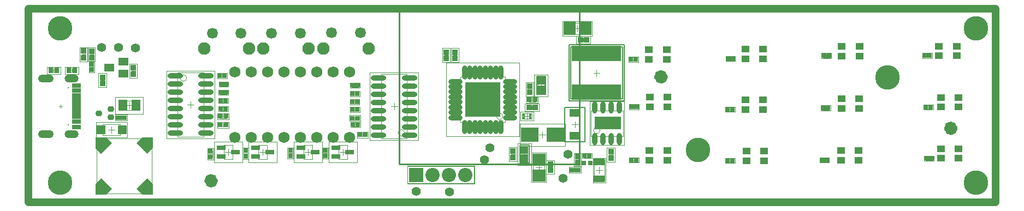
<source format=gts>
G04*
G04 #@! TF.GenerationSoftware,Altium Limited,CircuitMaker,2.3.0 (2.3.0.3)*
G04*
G04 Layer_Color=20142*
%FSLAX24Y24*%
%MOIN*%
G70*
G04*
G04 #@! TF.SameCoordinates,AA7B8D70-0D3E-4CF3-8BE1-7DC49EC747D3*
G04*
G04*
G04 #@! TF.FilePolarity,Negative*
G04*
G01*
G75*
%ADD11C,0.0039*%
%ADD13C,0.0100*%
%ADD14C,0.0050*%
%ADD15C,0.0079*%
%ADD16C,0.0059*%
%ADD18C,0.0472*%
%ADD19C,0.0020*%
%ADD20C,0.0433*%
%ADD44R,0.0669X0.0512*%
%ADD57R,0.0300X0.0300*%
%ADD58R,0.0363X0.0379*%
%ADD59O,0.0316X0.0749*%
%ADD60C,0.0552*%
%ADD61R,0.0336X0.0316*%
%ADD62O,0.0316X0.0848*%
%ADD63R,0.0316X0.0356*%
%ADD64R,0.0572X0.0198*%
%ADD65R,0.0277X0.0257*%
%ADD66R,0.0572X0.0690*%
%ADD67R,0.0572X0.0277*%
%ADD68O,0.0848X0.0316*%
%ADD69R,0.0316X0.0356*%
%ADD70R,0.0277X0.0316*%
%ADD71R,0.0316X0.0277*%
%ADD72O,0.0946X0.0316*%
%ADD73R,0.1064X0.0867*%
%ADD74R,0.0474X0.0474*%
%ADD75R,0.0789X0.0730*%
%ADD76R,0.0297X0.0277*%
%ADD77R,0.0336X0.0336*%
%ADD78R,0.0257X0.0257*%
%ADD79R,0.0690X0.0434*%
%ADD80R,0.0454X0.0434*%
%ADD81R,0.0730X0.0789*%
%ADD82R,0.0379X0.0363*%
%ADD83R,0.3033X0.0946*%
%ADD84C,0.0178*%
G04:AMPARAMS|DCode=85|XSize=31.6mil|YSize=37.5mil|CornerRadius=8.7mil|HoleSize=0mil|Usage=FLASHONLY|Rotation=90.000|XOffset=0mil|YOffset=0mil|HoleType=Round|Shape=RoundedRectangle|*
%AMROUNDEDRECTD85*
21,1,0.0316,0.0201,0,0,90.0*
21,1,0.0142,0.0375,0,0,90.0*
1,1,0.0174,0.0100,0.0071*
1,1,0.0174,0.0100,-0.0071*
1,1,0.0174,-0.0100,-0.0071*
1,1,0.0174,-0.0100,0.0071*
%
%ADD85ROUNDEDRECTD85*%
%ADD86R,0.0580X0.0580*%
%ADD87R,0.0631X0.0474*%
%ADD88R,0.0572X0.0316*%
%ADD89R,0.0867X0.0867*%
%ADD90C,0.0867*%
%ADD91C,0.0680*%
%ADD92C,0.1497*%
%ADD93C,0.0080*%
G04:AMPARAMS|DCode=94|XSize=47.4mil|YSize=94.6mil|CornerRadius=23.7mil|HoleSize=0mil|Usage=FLASHONLY|Rotation=270.000|XOffset=0mil|YOffset=0mil|HoleType=Round|Shape=RoundedRectangle|*
%AMROUNDEDRECTD94*
21,1,0.0474,0.0472,0,0,270.0*
21,1,0.0000,0.0946,0,0,270.0*
1,1,0.0474,-0.0236,0.0000*
1,1,0.0474,-0.0236,0.0000*
1,1,0.0474,0.0236,0.0000*
1,1,0.0474,0.0236,0.0000*
%
%ADD94ROUNDEDRECTD94*%
G04:AMPARAMS|DCode=95|XSize=47.4mil|YSize=86.7mil|CornerRadius=23.7mil|HoleSize=0mil|Usage=FLASHONLY|Rotation=270.000|XOffset=0mil|YOffset=0mil|HoleType=Round|Shape=RoundedRectangle|*
%AMROUNDEDRECTD95*
21,1,0.0474,0.0394,0,0,270.0*
21,1,0.0000,0.0867,0,0,270.0*
1,1,0.0474,-0.0197,0.0000*
1,1,0.0474,-0.0197,0.0000*
1,1,0.0474,0.0197,0.0000*
1,1,0.0474,0.0197,0.0000*
%
%ADD95ROUNDEDRECTD95*%
%ADD96C,0.0663*%
%ADD97C,0.0763*%
G36*
X28840Y7335D02*
Y5213D01*
X26722D01*
X26711Y5203D01*
X26700Y5213D01*
Y7335D01*
X28843Y7338D01*
X28840Y7335D01*
D02*
G37*
G36*
X36190Y4471D02*
X34601D01*
Y5228D01*
X36190D01*
Y4471D01*
D02*
G37*
G36*
X7610Y3305D02*
X7270Y2965D01*
X6620Y3615D01*
X6960Y3955D01*
X7610D01*
Y3305D01*
D02*
G37*
G36*
X5120Y3615D02*
X4470Y2965D01*
X4130Y3305D01*
Y3955D01*
X4780D01*
X5120Y3615D01*
D02*
G37*
G36*
X7610Y1125D02*
Y475D01*
X6960D01*
X6620Y815D01*
X7270Y1465D01*
X7610Y1125D01*
D02*
G37*
G36*
X5120Y815D02*
X4780Y475D01*
X4130D01*
Y1125D01*
X4470Y1465D01*
X5120Y815D01*
D02*
G37*
D11*
X4197Y3888D02*
X7544D01*
Y542D02*
Y3888D01*
X4197Y542D02*
X7544D01*
X4197D02*
Y3888D01*
X34911Y4383D02*
G03*
X34911Y4383I-197J0D01*
G01*
X28980Y5249D02*
G03*
X28980Y5249I-197J0D01*
G01*
X22981Y4244D02*
G03*
X22981Y4244I-197J0D01*
G01*
X9686Y7586D02*
G03*
X9686Y7586I-197J0D01*
G01*
X4434Y7248D02*
X4651D01*
X4434Y7661D02*
X4651D01*
X4434Y7248D02*
Y7661D01*
X4651Y7248D02*
Y7661D01*
X36329Y4029D02*
Y5608D01*
X34360Y4029D02*
Y5608D01*
X36329D01*
X34360Y4029D02*
X36329D01*
X19736Y6027D02*
Y6243D01*
X20150Y6027D02*
Y6243D01*
X19736D02*
X20150D01*
X19736Y6027D02*
X20150D01*
X5747Y5628D02*
Y6199D01*
X6613Y5628D02*
Y6199D01*
X5747D02*
X6613D01*
X5747Y5628D02*
X6613D01*
X14065Y2633D02*
Y3499D01*
X14596Y2633D02*
Y3499D01*
X14065D02*
X14596D01*
X14065Y2633D02*
X14596D01*
X27237Y1147D02*
Y2210D01*
X23174D02*
X27237D01*
X23174Y1147D02*
Y2210D01*
Y1147D02*
X27237D01*
X29137Y4894D02*
Y7650D01*
X26381Y4894D02*
Y7650D01*
Y4894D02*
X29137D01*
X26381Y7650D02*
X29137D01*
X1367Y7947D02*
X1780D01*
X1367Y8163D02*
X1780D01*
Y7947D02*
Y8163D01*
X1367Y7947D02*
Y8163D01*
X2469Y8163D02*
X2882D01*
X2469Y7947D02*
X2882D01*
X2469D02*
Y8163D01*
X2882Y7947D02*
Y8163D01*
X19759Y5027D02*
X20172D01*
X19759Y5243D02*
X20172D01*
Y5027D02*
Y5243D01*
X19759Y5027D02*
Y5243D01*
X20219Y4012D02*
X20632D01*
X20219Y4228D02*
X20632D01*
Y4012D02*
Y4228D01*
X20219Y4012D02*
Y4228D01*
X18264Y2781D02*
Y3194D01*
X18047Y2781D02*
Y3194D01*
X18264D01*
X18047Y2781D02*
X18264D01*
X16125Y2794D02*
Y3208D01*
X15908Y2794D02*
Y3208D01*
X16125D01*
X15908Y2794D02*
X16125D01*
X13390Y2772D02*
Y3185D01*
X13173Y2772D02*
Y3185D01*
X13390D01*
X13173Y2772D02*
X13390D01*
X11246Y2739D02*
Y3153D01*
X11029Y2739D02*
Y3153D01*
X11246D01*
X11029Y2739D02*
X11246D01*
X18952Y2630D02*
X19483D01*
X18952Y3496D02*
X19483D01*
Y2630D02*
Y3496D01*
X18952Y2630D02*
Y3496D01*
X16828Y2627D02*
X17359D01*
X16828Y3493D02*
X17359D01*
Y2627D02*
Y3493D01*
X16828Y2627D02*
Y3493D01*
X11963Y2629D02*
X12494D01*
X11963Y3495D02*
X12494D01*
Y2629D02*
Y3495D01*
X11963Y2629D02*
Y3495D01*
X11697Y5353D02*
X12111D01*
X11697Y5137D02*
X12111D01*
X11697D02*
Y5353D01*
X12111Y5137D02*
Y5353D01*
X11702Y4829D02*
X12116D01*
X11702Y4612D02*
X12116D01*
X11702D02*
Y4829D01*
X12116Y4612D02*
Y4829D01*
X21563Y7827D02*
X23138D01*
X21563Y3890D02*
X23138D01*
X21563D02*
Y7827D01*
X23138Y3890D02*
Y7827D01*
X9134Y4004D02*
X10709D01*
X9134Y7941D02*
X10709D01*
Y4004D02*
Y7941D01*
X9134Y4004D02*
Y7941D01*
X29492Y2718D02*
Y3131D01*
X29709Y2718D02*
Y3131D01*
X29492Y2718D02*
X29709D01*
X29492Y3131D02*
X29709D01*
X30104Y3289D02*
X30497D01*
X30104Y2580D02*
X30497D01*
Y3289D01*
X30104Y2580D02*
Y3289D01*
X31767Y2352D02*
X31984D01*
X31767Y1938D02*
X31984D01*
Y2352D01*
X31767Y1938D02*
Y2352D01*
X30821Y1456D02*
Y2794D01*
X31530Y1456D02*
Y2794D01*
X30821Y1456D02*
X31530D01*
X30821Y2794D02*
X31530D01*
X33612Y1857D02*
Y2093D01*
X33179Y1857D02*
Y2093D01*
Y1857D02*
X33612D01*
X33179Y2093D02*
X33612D01*
X36767Y2452D02*
X37200D01*
X36767Y2688D02*
X37200D01*
Y2452D02*
Y2688D01*
X36767Y2452D02*
Y2688D01*
X33437Y2388D02*
X33654D01*
X33437Y2802D02*
X33654D01*
X33437Y2388D02*
Y2802D01*
X33654Y2388D02*
Y2802D01*
X33909Y2737D02*
Y2953D01*
X34322Y2737D02*
Y2953D01*
X33909D02*
X34322D01*
X33909Y2737D02*
X34322D01*
X34545Y1311D02*
X35195D01*
X34545Y2591D02*
X35195D01*
X34545Y1311D02*
Y2591D01*
X35195Y1311D02*
Y2591D01*
X35467Y2687D02*
X35684D01*
X35467Y3101D02*
X35684D01*
X35467Y2687D02*
Y3101D01*
X35684Y2687D02*
Y3101D01*
X32866Y10969D02*
X34205D01*
X32866Y10261D02*
X34205D01*
X32866D02*
Y10969D01*
X34205Y10261D02*
Y10969D01*
X36784Y5712D02*
X37218D01*
X36784Y5948D02*
X37218D01*
Y5712D02*
Y5948D01*
X36784Y5712D02*
Y5948D01*
X36739Y8617D02*
X37172D01*
X36739Y8853D02*
X37172D01*
Y8617D02*
Y8853D01*
X36739Y8617D02*
Y8853D01*
X42654Y8652D02*
X43088D01*
X42654Y8888D02*
X43088D01*
Y8652D02*
Y8888D01*
X42654Y8652D02*
Y8888D01*
X42632Y2426D02*
X43065D01*
X42632Y2662D02*
X43065D01*
Y2426D02*
Y2662D01*
X42632Y2426D02*
Y2662D01*
X42637Y5557D02*
Y5793D01*
X43070Y5557D02*
Y5793D01*
X42637D02*
X43070D01*
X42637Y5557D02*
X43070D01*
X48474Y5642D02*
X48907D01*
X48474Y5878D02*
X48907D01*
Y5642D02*
Y5878D01*
X48474Y5642D02*
Y5878D01*
X48512Y8837D02*
X48945D01*
X48512Y9073D02*
X48945D01*
Y8837D02*
Y9073D01*
X48512Y8837D02*
Y9073D01*
X48389Y2457D02*
X48822D01*
X48389Y2693D02*
X48822D01*
Y2457D02*
Y2693D01*
X48389Y2457D02*
Y2693D01*
X54779Y2567D02*
Y2803D01*
X55212Y2567D02*
Y2803D01*
X54779D02*
X55212D01*
X54779Y2567D02*
X55212D01*
X54737Y5697D02*
Y5933D01*
X55170Y5697D02*
Y5933D01*
X54737D02*
X55170D01*
X54737Y5697D02*
X55170D01*
X54677Y8847D02*
X55110D01*
X54677Y9083D02*
X55110D01*
Y8847D02*
Y9083D01*
X54677Y8847D02*
Y9083D01*
X34106Y9815D02*
Y10032D01*
X33692Y9815D02*
Y10032D01*
Y9815D02*
X34106D01*
X33692Y10032D02*
X34106D01*
X25957Y9192D02*
X26174D01*
X25957Y8778D02*
X26174D01*
Y9192D01*
X25957Y8778D02*
Y9192D01*
X12138Y6605D02*
Y6822D01*
X11725Y6605D02*
Y6822D01*
Y6605D02*
X12138D01*
X11725Y6822D02*
X12138D01*
X12147Y7105D02*
Y7322D01*
X11734Y7105D02*
Y7322D01*
Y7105D02*
X12147D01*
X11734Y7322D02*
X12147D01*
X12125Y5607D02*
Y5823D01*
X11711Y5607D02*
Y5823D01*
Y5607D02*
X12125D01*
X11711Y5823D02*
X12125D01*
X12127Y6094D02*
Y6311D01*
X11714Y6094D02*
Y6311D01*
Y6094D02*
X12127D01*
X11714Y6311D02*
X12127D01*
X12063Y7625D02*
Y7842D01*
X11649Y7625D02*
Y7842D01*
Y7625D02*
X12063D01*
X11649Y7842D02*
X12063D01*
X30759Y5086D02*
Y5417D01*
X30153Y5086D02*
Y5417D01*
Y5086D02*
X30759D01*
X30153Y5417D02*
X30759D01*
X19749Y6517D02*
Y6733D01*
X20162Y6517D02*
Y6733D01*
X19749D02*
X20162D01*
X19749Y6517D02*
X20162D01*
X19747Y5557D02*
Y5773D01*
X20160Y5557D02*
Y5773D01*
X19747D02*
X20160D01*
X19747Y5557D02*
X20160D01*
X5904Y5057D02*
Y5293D01*
X5471Y5057D02*
Y5293D01*
Y5057D02*
X5904D01*
X5471Y5293D02*
X5904D01*
X3777Y8831D02*
X3994D01*
X3777Y9245D02*
X3994D01*
X3777Y8831D02*
Y9245D01*
X3994Y8831D02*
Y9245D01*
X30562Y6361D02*
X30976D01*
X30562Y6144D02*
X30976D01*
X30562D02*
Y6361D01*
X30976Y6144D02*
Y6361D01*
X3778Y8058D02*
Y8472D01*
X3994Y8058D02*
Y8472D01*
X3778Y8058D02*
X3994D01*
X3778Y8472D02*
X3994D01*
X19761Y7040D02*
Y7257D01*
X20174Y7040D02*
Y7257D01*
X19761D02*
X20174D01*
X19761Y7040D02*
X20174D01*
X30747Y6696D02*
Y7109D01*
X30531Y6696D02*
Y7109D01*
X30747D01*
X30531Y6696D02*
X30747D01*
X6542Y7820D02*
Y8233D01*
X6326Y7820D02*
Y8233D01*
X6542D01*
X6326Y7820D02*
X6542D01*
X3287Y8828D02*
X3504D01*
X3287Y9242D02*
X3504D01*
X3287Y8828D02*
Y9242D01*
X3504Y8828D02*
Y9242D01*
X31122Y6784D02*
X31516D01*
X31122Y7492D02*
X31516D01*
X31122Y6784D02*
Y7492D01*
X31516Y6784D02*
Y7492D01*
X19779Y4642D02*
Y4858D01*
X20192Y4642D02*
Y4858D01*
X19779D02*
X20192D01*
X19779Y4642D02*
X20192D01*
X25634Y8779D02*
Y9193D01*
X25417Y8779D02*
Y9193D01*
X25634D01*
X25417Y8779D02*
X25634D01*
X30561Y5694D02*
X30975D01*
X30561Y5911D02*
X30975D01*
Y5694D02*
Y5911D01*
X30561Y5694D02*
Y5911D01*
X4569Y4090D02*
X5632D01*
X4569Y4760D02*
X5632D01*
Y4090D02*
Y4760D01*
X4569Y4090D02*
Y4760D01*
X4542Y7346D02*
Y7563D01*
X4434Y7455D02*
X4651D01*
X35147Y4818D02*
X35541D01*
X35344Y4621D02*
Y5015D01*
X19835Y6135D02*
X20051D01*
X19943Y6027D02*
Y6243D01*
X5983Y5913D02*
X6377D01*
X6180Y5717D02*
Y6110D01*
X14134Y3066D02*
X14528D01*
X14331Y2869D02*
Y3263D01*
X23154Y1127D02*
X27249D01*
Y2229D01*
X23154D02*
X27249D01*
X23154Y1127D02*
Y2229D01*
X27562Y6272D02*
X27956D01*
X27759Y6075D02*
Y6469D01*
X1573Y7947D02*
Y8163D01*
X1465Y8055D02*
X1681D01*
X2676Y7947D02*
Y8163D01*
X2567Y8055D02*
X2784D01*
X19965Y5027D02*
Y5243D01*
X19857Y5135D02*
X20074D01*
X20426Y4012D02*
Y4228D01*
X20317Y4120D02*
X20534D01*
X18047Y2987D02*
X18264D01*
X18155Y2879D02*
Y3095D01*
X15908Y3001D02*
X16125D01*
X16017Y2893D02*
Y3109D01*
X13173Y2978D02*
X13390D01*
X13281Y2870D02*
Y3087D01*
X11029Y2946D02*
X11246D01*
X11138Y2838D02*
Y3054D01*
X19218Y2866D02*
Y3260D01*
X19021Y3063D02*
X19414D01*
X17093Y2863D02*
Y3257D01*
X16897Y3060D02*
X17290D01*
X12228Y2865D02*
Y3259D01*
X12032Y3062D02*
X12425D01*
X11904Y5137D02*
Y5353D01*
X11796Y5245D02*
X12012D01*
X11909Y4612D02*
Y4829D01*
X11801Y4720D02*
X12017D01*
X22351Y5661D02*
Y6055D01*
X22154Y5858D02*
X22548D01*
X20874Y7925D02*
X23827D01*
X20874Y3791D02*
X23827D01*
X20874D02*
Y7925D01*
X23827Y3791D02*
Y7925D01*
X9922Y5775D02*
Y6169D01*
X9725Y5972D02*
X10119D01*
X8445Y3905D02*
X11398D01*
X8445Y8039D02*
X11398D01*
Y3905D02*
Y8039D01*
X8445Y3905D02*
Y8039D01*
X29492Y2925D02*
X29709D01*
X29600Y2816D02*
Y3033D01*
X30300Y2738D02*
Y3131D01*
X30104Y2935D02*
X30497D01*
X31876Y2037D02*
Y2253D01*
X31767Y2145D02*
X31984D01*
X30979Y2125D02*
X31373D01*
X31176Y1928D02*
Y2322D01*
X33278Y1975D02*
X33514D01*
X33396Y1857D02*
Y2093D01*
X36983Y2452D02*
Y2688D01*
X36865Y2570D02*
X37101D01*
X33546Y2487D02*
Y2703D01*
X33437Y2595D02*
X33654D01*
X34007Y2845D02*
X34224D01*
X34116Y2737D02*
Y2953D01*
X34870Y1754D02*
Y2148D01*
X34673Y1951D02*
X35067D01*
X35576Y2786D02*
Y3002D01*
X35467Y2894D02*
X35684D01*
X33189Y4745D02*
X33583D01*
X33386Y4548D02*
Y4942D01*
X33536Y10418D02*
Y10812D01*
X33339Y10615D02*
X33733D01*
X37001Y5712D02*
Y5948D01*
X36883Y5830D02*
X37119D01*
X36956Y8617D02*
Y8853D01*
X36838Y8735D02*
X37074D01*
X42871Y8652D02*
Y8888D01*
X42753Y8770D02*
X42989D01*
X42849Y2426D02*
Y2662D01*
X42731Y2544D02*
X42967D01*
X42735Y5675D02*
X42972D01*
X42853Y5557D02*
Y5793D01*
X48690Y5642D02*
Y5878D01*
X48572Y5760D02*
X48809D01*
X48728Y8837D02*
Y9073D01*
X48610Y8955D02*
X48846D01*
X48606Y2457D02*
Y2693D01*
X48488Y2575D02*
X48724D01*
X54878Y2685D02*
X55114D01*
X54996Y2567D02*
Y2803D01*
X54835Y5815D02*
X55072D01*
X54953Y5697D02*
Y5933D01*
X54893Y8847D02*
Y9083D01*
X54775Y8965D02*
X55012D01*
X33791Y9923D02*
X34007D01*
X33899Y9815D02*
Y10032D01*
X34509Y7905D02*
X34903D01*
X34706Y7708D02*
Y8102D01*
X26066Y8877D02*
Y9093D01*
X25957Y8985D02*
X26174D01*
X11823Y6713D02*
X12040D01*
X11932Y6605D02*
Y6822D01*
X11832Y7213D02*
X12049D01*
X11940Y7105D02*
Y7322D01*
X11810Y5715D02*
X12026D01*
X11918Y5607D02*
Y5823D01*
X11812Y6203D02*
X12029D01*
X11921Y6094D02*
Y6311D01*
X11748Y7734D02*
X11964D01*
X11856Y7625D02*
Y7842D01*
X30259Y5252D02*
X30653D01*
X30456Y5055D02*
Y5448D01*
X19847Y6625D02*
X20063D01*
X19955Y6517D02*
Y6733D01*
X19845Y5665D02*
X20062D01*
X19953Y5557D02*
Y5773D01*
X5570Y5175D02*
X5806D01*
X5688Y5057D02*
Y5293D01*
X3886Y8930D02*
Y9146D01*
X3777Y9038D02*
X3994D01*
X30769Y6144D02*
Y6361D01*
X30661Y6252D02*
X30877D01*
X3778Y8265D02*
X3994D01*
X3886Y8157D02*
Y8373D01*
X19859Y7149D02*
X20076D01*
X19968Y7040D02*
Y7257D01*
X30531Y6902D02*
X30747D01*
X30639Y6794D02*
Y7011D01*
X6326Y8027D02*
X6542D01*
X6434Y7918D02*
Y8135D01*
X3396Y8927D02*
Y9143D01*
X3287Y9035D02*
X3504D01*
X31319Y6941D02*
Y7335D01*
X31122Y7138D02*
X31516D01*
X19877Y4750D02*
X20094D01*
X19985Y4642D02*
Y4858D01*
X25417Y8986D02*
X25634D01*
X25526Y8878D02*
Y9094D01*
X30768Y5694D02*
Y5911D01*
X30660Y5802D02*
X30876D01*
X5100Y4228D02*
Y4622D01*
X4904Y4425D02*
X5297D01*
D13*
X22646Y2329D02*
X33669D01*
X22646D02*
Y11778D01*
X33669Y2329D02*
Y11778D01*
X22646D02*
X33669D01*
D14*
X33131Y6330D02*
Y9480D01*
X36281Y6330D02*
Y9480D01*
X33131Y6330D02*
X36281D01*
X33131Y9480D02*
X36281D01*
X33033Y6192D02*
X36379D01*
X33033Y9618D02*
X36379D01*
X33033Y6192D02*
Y9618D01*
X36379Y6192D02*
Y9618D01*
D15*
X32772Y3695D02*
X34000D01*
Y5795D01*
X32772D02*
X34000D01*
X32772Y3695D02*
Y5795D01*
D16*
X30576Y2385D02*
Y3485D01*
X30025Y2385D02*
X30576D01*
X30025D02*
Y3485D01*
X30576D01*
X31044Y6588D02*
Y7688D01*
X31595D01*
Y6588D02*
Y7688D01*
X31044Y6588D02*
X31595D01*
D18*
X59066Y5D02*
Y11825D01*
X16Y5D02*
X59066D01*
X16Y11825D02*
X59066D01*
X16Y5D02*
Y11825D01*
D19*
X4306Y7022D02*
X4779D01*
X4306Y7888D02*
X4779D01*
X4306Y7022D02*
Y7888D01*
X4779Y7022D02*
Y7888D01*
X36388Y3480D02*
Y6157D01*
X34301Y3480D02*
Y6157D01*
X36388D01*
X34301Y3480D02*
X36388D01*
X19648Y5977D02*
Y6292D01*
X20238Y5977D02*
Y6292D01*
X19648D02*
X20238D01*
X19648Y5977D02*
X20238D01*
X5334Y5402D02*
Y6425D01*
X7027Y5402D02*
Y6425D01*
X5334D02*
X7027D01*
X5334Y5402D02*
X7027D01*
X13465Y2436D02*
Y3696D01*
X15197Y2436D02*
Y3696D01*
X13465D02*
X15197D01*
X13465Y2436D02*
X15197D01*
X30003Y4028D02*
Y8516D01*
X25515Y4028D02*
Y8516D01*
Y4028D02*
X30003D01*
X25515Y8516D02*
X30003D01*
X1160Y7838D02*
X1987D01*
X1160Y8271D02*
X1987D01*
Y7838D02*
Y8271D01*
X1160Y7838D02*
Y8271D01*
X2262Y8271D02*
X3089D01*
X2262Y7838D02*
X3089D01*
X2262D02*
Y8271D01*
X3089Y7838D02*
Y8271D01*
X19623Y4958D02*
X20307D01*
X19623Y5312D02*
X20307D01*
Y4958D02*
Y5312D01*
X19623Y4958D02*
Y5312D01*
X20084Y3943D02*
X20768D01*
X20084Y4297D02*
X20768D01*
Y3943D02*
Y4297D01*
X20084Y3943D02*
Y4297D01*
X18333Y2645D02*
Y3329D01*
X17978Y2645D02*
Y3329D01*
X18333D01*
X17978Y2645D02*
X18333D01*
X16194Y2659D02*
Y3343D01*
X15840Y2659D02*
Y3343D01*
X16194D01*
X15840Y2659D02*
X16194D01*
X13459Y2637D02*
Y3320D01*
X13104Y2637D02*
Y3320D01*
X13459D01*
X13104Y2637D02*
X13459D01*
X11315Y2604D02*
Y3288D01*
X10961Y2604D02*
Y3288D01*
X11315D01*
X10961Y2604D02*
X11315D01*
X18351Y2433D02*
X20084D01*
X18351Y3693D02*
X20084D01*
Y2433D02*
Y3693D01*
X18351Y2433D02*
Y3693D01*
X16227Y2430D02*
X17960D01*
X16227Y3690D02*
X17960D01*
Y2430D02*
Y3690D01*
X16227Y2430D02*
Y3690D01*
X11362Y2432D02*
X13094D01*
X11362Y3692D02*
X13094D01*
Y2432D02*
Y3692D01*
X11362Y2432D02*
Y3692D01*
X11562Y5422D02*
X12246D01*
X11562Y5068D02*
X12246D01*
X11562D02*
Y5422D01*
X12246Y5068D02*
Y5422D01*
X11567Y4897D02*
X12251D01*
X11567Y4543D02*
X12251D01*
X11567D02*
Y4897D01*
X12251Y4543D02*
Y4897D01*
X31201Y4113D02*
X31595D01*
X31398Y3916D02*
Y4310D01*
X32776Y3444D02*
Y4782D01*
X30020D02*
X32776D01*
X30020Y3444D02*
Y4782D01*
Y3444D02*
X32776D01*
X29364Y2492D02*
Y3358D01*
X29837Y2492D02*
Y3358D01*
X29364Y2492D02*
X29837D01*
X29364Y3358D02*
X29837D01*
X29887Y3604D02*
X30714D01*
X29887Y2265D02*
X30714D01*
Y3604D01*
X29887Y2265D02*
Y3604D01*
X31640Y2578D02*
X32112D01*
X31640Y1712D02*
X32112D01*
Y2578D01*
X31640Y1712D02*
Y2578D01*
X30723Y1219D02*
Y3030D01*
X31628Y1219D02*
Y3030D01*
X30723Y1219D02*
X31628D01*
X30723Y3030D02*
X31628D01*
X33750Y1798D02*
Y2152D01*
X33041Y1798D02*
Y2152D01*
Y1798D02*
X33750D01*
X33041Y2152D02*
X33750D01*
X36688Y2412D02*
X37279D01*
X36688Y2727D02*
X37279D01*
Y2412D02*
Y2727D01*
X36688Y2412D02*
Y2727D01*
X33329Y2182D02*
X33762D01*
X33329Y3008D02*
X33762D01*
X33329Y2182D02*
Y3008D01*
X33762Y2182D02*
Y3008D01*
X33820Y2687D02*
Y3002D01*
X34411Y2687D02*
Y3002D01*
X33820D02*
X34411D01*
X33820Y2687D02*
X34411D01*
X34496Y1203D02*
X35244D01*
X34496Y2699D02*
X35244D01*
X34496Y1203D02*
Y2699D01*
X35244Y1203D02*
Y2699D01*
X35340Y2461D02*
X35812D01*
X35340Y3327D02*
X35812D01*
X35340Y2461D02*
Y3327D01*
X35812Y2461D02*
Y3327D01*
X32630Y11068D02*
X34441D01*
X32630Y10162D02*
X34441D01*
X32630D02*
Y11068D01*
X34441Y10162D02*
Y11068D01*
X36706Y5672D02*
X37296D01*
X36706Y5987D02*
X37296D01*
Y5672D02*
Y5987D01*
X36706Y5672D02*
Y5987D01*
X36660Y8577D02*
X37251D01*
X36660Y8892D02*
X37251D01*
Y8577D02*
Y8892D01*
X36660Y8577D02*
Y8892D01*
X42576Y8612D02*
X43166D01*
X42576Y8927D02*
X43166D01*
Y8612D02*
Y8927D01*
X42576Y8612D02*
Y8927D01*
X42553Y2387D02*
X43144D01*
X42553Y2702D02*
X43144D01*
Y2387D02*
Y2702D01*
X42553Y2387D02*
Y2702D01*
X42558Y5517D02*
Y5832D01*
X43149Y5517D02*
Y5832D01*
X42558D02*
X43149D01*
X42558Y5517D02*
X43149D01*
X48395Y5602D02*
X48986D01*
X48395Y5917D02*
X48986D01*
Y5602D02*
Y5917D01*
X48395Y5602D02*
Y5917D01*
X48433Y8797D02*
X49023D01*
X48433Y9112D02*
X49023D01*
Y8797D02*
Y9112D01*
X48433Y8797D02*
Y9112D01*
X48310Y2417D02*
X48901D01*
X48310Y2732D02*
X48901D01*
Y2417D02*
Y2732D01*
X48310Y2417D02*
Y2732D01*
X54700Y2527D02*
Y2842D01*
X55291Y2527D02*
Y2842D01*
X54700D02*
X55291D01*
X54700Y2527D02*
X55291D01*
X54658Y5657D02*
Y5972D01*
X55249Y5657D02*
Y5972D01*
X54658D02*
X55249D01*
X54658Y5657D02*
X55249D01*
X54598Y8807D02*
X55189D01*
X54598Y9122D02*
X55189D01*
Y8807D02*
Y9122D01*
X54598Y8807D02*
Y9122D01*
X34332Y9687D02*
Y10160D01*
X33466Y9687D02*
Y10160D01*
Y9687D02*
X34332D01*
X33466Y10160D02*
X34332D01*
X25830Y9418D02*
X26302D01*
X25830Y8552D02*
X26302D01*
Y9418D01*
X25830Y8552D02*
Y9418D01*
X12227Y6556D02*
Y6871D01*
X11636Y6556D02*
Y6871D01*
Y6556D02*
X12227D01*
X11636Y6871D02*
X12227D01*
X12236Y7056D02*
Y7371D01*
X11645Y7056D02*
Y7371D01*
Y7056D02*
X12236D01*
X11645Y7371D02*
X12236D01*
X12213Y5557D02*
Y5872D01*
X11623Y5557D02*
Y5872D01*
Y5557D02*
X12213D01*
X11623Y5872D02*
X12213D01*
X12216Y6045D02*
Y6360D01*
X11625Y6045D02*
Y6360D01*
Y6045D02*
X12216D01*
X11625Y6360D02*
X12216D01*
X12151Y7576D02*
Y7891D01*
X11561Y7576D02*
Y7891D01*
Y7576D02*
X12151D01*
X11561Y7891D02*
X12151D01*
X30860Y4986D02*
Y5517D01*
X30052Y4986D02*
Y5517D01*
Y4986D02*
X30860D01*
X30052Y5517D02*
X30860D01*
X19660Y6467D02*
Y6782D01*
X20250Y6467D02*
Y6782D01*
X19660D02*
X20250D01*
X19660Y6467D02*
X20250D01*
X19658Y5507D02*
Y5822D01*
X20249Y5507D02*
Y5822D01*
X19658D02*
X20249D01*
X19658Y5507D02*
X20249D01*
X6042Y4998D02*
Y5352D01*
X5333Y4998D02*
Y5352D01*
Y4998D02*
X6042D01*
X5333Y5352D02*
X6042D01*
X3669Y8625D02*
X4102D01*
X3669Y9451D02*
X4102D01*
X3669Y8625D02*
Y9451D01*
X4102Y8625D02*
Y9451D01*
X30427Y6429D02*
X31111D01*
X30427Y6075D02*
X31111D01*
X30427D02*
Y6429D01*
X31111Y6075D02*
Y6429D01*
X3709Y7923D02*
Y8607D01*
X4063Y7923D02*
Y8607D01*
X3709Y7923D02*
X4063D01*
X3709Y8607D02*
X4063D01*
X19672Y6991D02*
Y7306D01*
X20263Y6991D02*
Y7306D01*
X19672D02*
X20263D01*
X19672Y6991D02*
X20263D01*
X30875Y6469D02*
Y7335D01*
X30403Y6469D02*
Y7335D01*
X30875D01*
X30403Y6469D02*
X30875D01*
X6670Y7594D02*
Y8460D01*
X6198Y7594D02*
Y8460D01*
X6670D01*
X6198Y7594D02*
X6670D01*
X3160Y8602D02*
X3632D01*
X3160Y9468D02*
X3632D01*
X3160Y8602D02*
Y9468D01*
X3632Y8602D02*
Y9468D01*
X30906Y6469D02*
X31733D01*
X30906Y7807D02*
X31733D01*
X30906Y6469D02*
Y7807D01*
X31733Y6469D02*
Y7807D01*
X19690Y4593D02*
Y4907D01*
X20281Y4593D02*
Y4907D01*
X19690D02*
X20281D01*
X19690Y4593D02*
X20281D01*
X25762Y8553D02*
Y9419D01*
X25290Y8553D02*
Y9419D01*
X25762D01*
X25290Y8553D02*
X25762D01*
X30335Y5566D02*
X31201D01*
X30335Y6039D02*
X31201D01*
Y5566D02*
Y6039D01*
X30335Y5566D02*
Y6039D01*
X4156Y3952D02*
X6045D01*
X4156Y4897D02*
X6045D01*
Y3952D02*
Y4897D01*
X4156Y3952D02*
Y4897D01*
X1902Y5868D02*
X2099D01*
X2001Y5769D02*
Y5966D01*
D20*
X56523Y4517D02*
G03*
X56523Y4517I-197J0D01*
G01*
X38830Y7661D02*
G03*
X38830Y7661I-197J0D01*
G01*
X11374Y1309D02*
G03*
X11374Y1309I-197J0D01*
G01*
D44*
X33386Y5445D02*
D03*
Y4045D02*
D03*
D57*
X34316Y2385D02*
D03*
X33916D02*
D03*
D58*
X4542Y7266D02*
D03*
Y7644D02*
D03*
X29600Y2736D02*
D03*
Y3114D02*
D03*
X31876Y2334D02*
D03*
Y1956D02*
D03*
X35576Y2705D02*
D03*
Y3083D02*
D03*
X26066Y9174D02*
D03*
Y8796D02*
D03*
X30639Y7091D02*
D03*
Y6713D02*
D03*
X6434Y8216D02*
D03*
Y7838D02*
D03*
X3396Y8815D02*
D03*
Y9255D02*
D03*
X25526Y9175D02*
D03*
Y8797D02*
D03*
D59*
X36094Y5783D02*
D03*
X35594D02*
D03*
X35094D02*
D03*
X34594D02*
D03*
X36094Y3854D02*
D03*
X35594D02*
D03*
X35094D02*
D03*
X34594D02*
D03*
D60*
X32646Y1465D02*
D03*
X25720Y640D02*
D03*
X32956Y2925D02*
D03*
X5523Y9449D02*
D03*
X6564Y9444D02*
D03*
X4484Y9454D02*
D03*
X27849Y2582D02*
D03*
X28199Y3332D02*
D03*
X23692Y649D02*
D03*
D61*
X33228Y1975D02*
D03*
X33563D02*
D03*
X5855Y5175D02*
D03*
X5520D02*
D03*
D62*
X27602Y4609D02*
D03*
X28861Y7936D02*
D03*
X28547D02*
D03*
X28232D02*
D03*
X27917D02*
D03*
X27602D02*
D03*
X27287D02*
D03*
X26972D02*
D03*
X26657D02*
D03*
Y4609D02*
D03*
X26972D02*
D03*
X27287D02*
D03*
X27917D02*
D03*
X28232D02*
D03*
X28547D02*
D03*
X28861D02*
D03*
D63*
X2479Y8055D02*
D03*
X1770D02*
D03*
D64*
X2966Y6360D02*
D03*
Y6163D02*
D03*
Y6557D02*
D03*
Y5179D02*
D03*
Y5572D02*
D03*
Y5376D02*
D03*
Y5769D02*
D03*
Y5966D02*
D03*
D65*
X19795Y6135D02*
D03*
X20091D02*
D03*
X12079Y6713D02*
D03*
X11784D02*
D03*
X12088Y7213D02*
D03*
X11793D02*
D03*
X12066Y5715D02*
D03*
X11770D02*
D03*
X12068Y6203D02*
D03*
X11773D02*
D03*
X12003Y7734D02*
D03*
X11708D02*
D03*
X19808Y6625D02*
D03*
X20103D02*
D03*
X19806Y5665D02*
D03*
X20101D02*
D03*
X19820Y7149D02*
D03*
X20115D02*
D03*
X19838Y4750D02*
D03*
X20133D02*
D03*
D66*
X5777Y5913D02*
D03*
X6584D02*
D03*
D67*
X13907Y3322D02*
D03*
Y2810D02*
D03*
X14754Y3066D02*
D03*
X19641Y3063D02*
D03*
X18794Y2807D02*
D03*
Y3319D02*
D03*
X17517Y3060D02*
D03*
X16670Y2804D02*
D03*
Y3316D02*
D03*
X12652Y3062D02*
D03*
X11805Y2806D02*
D03*
Y3318D02*
D03*
D68*
X29423Y5170D02*
D03*
Y5485D02*
D03*
Y5800D02*
D03*
Y6115D02*
D03*
Y6430D02*
D03*
Y6745D02*
D03*
Y7060D02*
D03*
Y7375D02*
D03*
X26096D02*
D03*
Y7060D02*
D03*
Y6745D02*
D03*
Y6430D02*
D03*
Y6115D02*
D03*
Y5800D02*
D03*
Y5485D02*
D03*
Y5170D02*
D03*
D69*
X1376Y8055D02*
D03*
X2873D02*
D03*
D70*
X19790Y5135D02*
D03*
X20140D02*
D03*
X20250Y4120D02*
D03*
X20601D02*
D03*
X12079Y5245D02*
D03*
X11729D02*
D03*
X12084Y4720D02*
D03*
X11734D02*
D03*
X30944Y6252D02*
D03*
X30594D02*
D03*
D71*
X18156Y2812D02*
D03*
Y3162D02*
D03*
X16017Y2826D02*
D03*
Y3176D02*
D03*
X13282Y2803D02*
D03*
Y3154D02*
D03*
X11138Y2771D02*
D03*
Y3121D02*
D03*
X3886Y8440D02*
D03*
Y8090D02*
D03*
D72*
X21406Y7608D02*
D03*
Y7108D02*
D03*
Y6608D02*
D03*
Y6108D02*
D03*
Y5608D02*
D03*
Y5108D02*
D03*
Y4608D02*
D03*
Y4108D02*
D03*
X23296Y7608D02*
D03*
Y7108D02*
D03*
Y6608D02*
D03*
Y6108D02*
D03*
Y5608D02*
D03*
Y5108D02*
D03*
Y4608D02*
D03*
Y4108D02*
D03*
X10867Y4222D02*
D03*
Y4722D02*
D03*
Y5222D02*
D03*
Y5722D02*
D03*
Y6222D02*
D03*
Y6722D02*
D03*
Y7222D02*
D03*
Y7722D02*
D03*
X8977Y4222D02*
D03*
Y4722D02*
D03*
Y5222D02*
D03*
Y5722D02*
D03*
Y6222D02*
D03*
Y6722D02*
D03*
Y7222D02*
D03*
Y7722D02*
D03*
D73*
X30611Y4113D02*
D03*
X32186D02*
D03*
D74*
X30300Y3210D02*
D03*
Y2659D02*
D03*
X31319Y6862D02*
D03*
Y7413D02*
D03*
D75*
X31176Y1643D02*
D03*
Y2607D02*
D03*
D76*
X37131Y2570D02*
D03*
X36836D02*
D03*
X37149Y5830D02*
D03*
X36853D02*
D03*
X37103Y8735D02*
D03*
X36808D02*
D03*
X43019Y8770D02*
D03*
X42723D02*
D03*
X42996Y2544D02*
D03*
X42701D02*
D03*
X42706Y5675D02*
D03*
X43001D02*
D03*
X48838Y5760D02*
D03*
X48543D02*
D03*
X48876Y8955D02*
D03*
X48580D02*
D03*
X48753Y2575D02*
D03*
X48458D02*
D03*
X54848Y2685D02*
D03*
X55143D02*
D03*
X54806Y5815D02*
D03*
X55101D02*
D03*
X55041Y8965D02*
D03*
X54746D02*
D03*
D77*
X33546Y2398D02*
D03*
Y2792D02*
D03*
X3886Y8841D02*
D03*
Y9235D02*
D03*
D78*
X33958Y2845D02*
D03*
X34273D02*
D03*
D79*
X34870Y1429D02*
D03*
Y2472D02*
D03*
D80*
X37934Y3160D02*
D03*
X39017D02*
D03*
X37934Y2570D02*
D03*
X39017D02*
D03*
X38987Y9330D02*
D03*
X37904D02*
D03*
Y8740D02*
D03*
X38987D02*
D03*
X44928Y3135D02*
D03*
X43846D02*
D03*
Y2544D02*
D03*
X44928D02*
D03*
X44867Y5670D02*
D03*
X43784D02*
D03*
X44867Y6260D02*
D03*
X43784D02*
D03*
X44867Y9360D02*
D03*
X43784D02*
D03*
Y8770D02*
D03*
X44867D02*
D03*
X39037Y6420D02*
D03*
Y5830D02*
D03*
X37954D02*
D03*
Y6420D02*
D03*
X55594Y9540D02*
D03*
X56677D02*
D03*
X55594Y8950D02*
D03*
X56677D02*
D03*
X50708Y3155D02*
D03*
X49626D02*
D03*
Y2564D02*
D03*
X50708D02*
D03*
X56797Y3270D02*
D03*
X55714D02*
D03*
Y2680D02*
D03*
X56797D02*
D03*
X50727Y6320D02*
D03*
Y5730D02*
D03*
X49644D02*
D03*
Y6320D02*
D03*
X50747Y9520D02*
D03*
X49664D02*
D03*
Y8930D02*
D03*
X50747D02*
D03*
X56797Y6410D02*
D03*
Y5820D02*
D03*
X55714D02*
D03*
Y6410D02*
D03*
D81*
X33053Y10615D02*
D03*
X34018D02*
D03*
D82*
X34088Y9923D02*
D03*
X33710D02*
D03*
X30957Y5802D02*
D03*
X30579D02*
D03*
D83*
X34706Y6724D02*
D03*
Y9086D02*
D03*
D84*
X30653Y5171D02*
D03*
X30259D02*
D03*
X30653Y5332D02*
D03*
X30259D02*
D03*
D85*
X4336Y5435D02*
D03*
X5065Y5691D02*
D03*
Y5179D02*
D03*
D86*
X5750Y4425D02*
D03*
X4450D02*
D03*
D87*
X5815Y7850D02*
D03*
Y8598D02*
D03*
X4949Y8224D02*
D03*
D88*
X2966Y6813D02*
D03*
Y4923D02*
D03*
Y4608D02*
D03*
Y7128D02*
D03*
D89*
X23705Y1678D02*
D03*
D90*
X24705D02*
D03*
X25705D02*
D03*
X26705D02*
D03*
D91*
X12616Y3965D02*
D03*
X13616D02*
D03*
X14616D02*
D03*
X15616D02*
D03*
X16616D02*
D03*
X17616D02*
D03*
X18616D02*
D03*
X19616D02*
D03*
Y7965D02*
D03*
X18616D02*
D03*
X17616D02*
D03*
X16616D02*
D03*
X12616D02*
D03*
X13616D02*
D03*
X14616D02*
D03*
X15616D02*
D03*
D92*
X52449Y7622D02*
D03*
X40892Y3187D02*
D03*
X57866Y1186D02*
D03*
Y10635D02*
D03*
X1960Y1186D02*
D03*
Y10635D02*
D03*
D93*
X2464Y7009D02*
D03*
Y4726D02*
D03*
D94*
X1086Y4165D02*
D03*
Y7570D02*
D03*
D95*
X2661D02*
D03*
Y4165D02*
D03*
D96*
X11246Y10335D02*
D03*
X13006D02*
D03*
X14856D02*
D03*
X16616D02*
D03*
X18536Y10345D02*
D03*
X20296D02*
D03*
D97*
X10746Y9385D02*
D03*
X13506D02*
D03*
X14356D02*
D03*
X17116D02*
D03*
X18036Y9395D02*
D03*
X20796D02*
D03*
M02*

</source>
